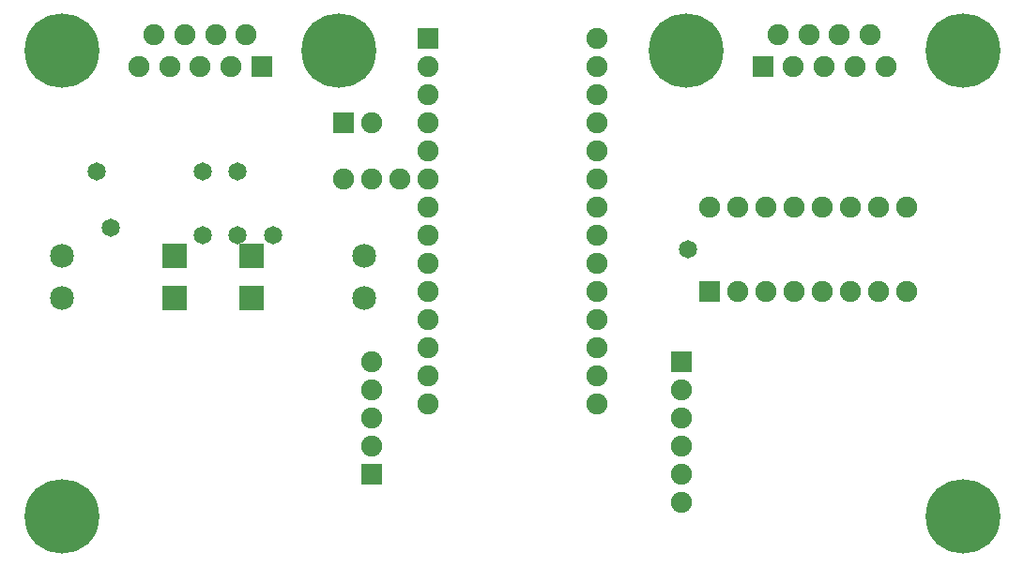
<source format=gbs>
G04*
G04  File:            NDCA2.GBS, Sun Aug 22 19:16:03 2021*
G04  Source:          P-CAD 2002 PCB, Version 17.01.22, (C:\Users\David Forbes\Documents\Designs\Nixie\CorvairDash\NDC-A\NDCA2.PCB)*
G04  Format:          Gerber Format (RS-274-D), ASCII*
G04*
G04  Format Options:  Absolute Positioning*
G04                   Leading-Zero Suppression*
G04                   Scale Factor 1:1*
G04                   NO Circular Interpolation*
G04                   Inch Units*
G04                   Numeric Format: 4.4 (XXXX.XXXX)*
G04                   G54 Used for Aperture Change*
G04                   Apertures Embedded*
G04*
G04  File Options:    Offset = (0.0mil,0.0mil)*
G04                   Drill Symbol Size = 80.0mil*
G04                   No Pad/Via Holes*
G04*
G04  File Contents:   Pads*
G04                   Vias*
G04                   No Designators*
G04                   No Types*
G04                   No Values*
G04                   No Drill Symbols*
G04                   Bot Mask*
G04*
%INNDCA2.GBS*%
%ICAS*%
%MOIN*%
G04*
G04  Aperture MACROs for general use --- invoked via D-code assignment *
G04*
G04  General MACRO for flashed round with rotation and/or offset hole *
%AMROTOFFROUND*
1,1,$1,0.0000,0.0000*
1,0,$2,$3,$4*%
G04*
G04  General MACRO for flashed oval (obround) with rotation and/or offset hole *
%AMROTOFFOVAL*
21,1,$1,$2,0.0000,0.0000,$3*
1,1,$4,$5,$6*
1,1,$4,0-$5,0-$6*
1,0,$7,$8,$9*%
G04*
G04  General MACRO for flashed oval (obround) with rotation and no hole *
%AMROTOVALNOHOLE*
21,1,$1,$2,0.0000,0.0000,$3*
1,1,$4,$5,$6*
1,1,$4,0-$5,0-$6*%
G04*
G04  General MACRO for flashed rectangle with rotation and/or offset hole *
%AMROTOFFRECT*
21,1,$1,$2,0.0000,0.0000,$3*
1,0,$4,$5,$6*%
G04*
G04  General MACRO for flashed rectangle with rotation and no hole *
%AMROTRECTNOHOLE*
21,1,$1,$2,0.0000,0.0000,$3*%
G04*
G04  General MACRO for flashed rounded-rectangle *
%AMROUNDRECT*
21,1,$1,$2-$4,0.0000,0.0000,$3*
21,1,$1-$4,$2,0.0000,0.0000,$3*
1,1,$4,$5,$6*
1,1,$4,$7,$8*
1,1,$4,0-$5,0-$6*
1,1,$4,0-$7,0-$8*
1,0,$9,$10,$11*%
G04*
G04  General MACRO for flashed rounded-rectangle with rotation and no hole *
%AMROUNDRECTNOHOLE*
21,1,$1,$2-$4,0.0000,0.0000,$3*
21,1,$1-$4,$2,0.0000,0.0000,$3*
1,1,$4,$5,$6*
1,1,$4,$7,$8*
1,1,$4,0-$5,0-$6*
1,1,$4,0-$7,0-$8*%
G04*
G04  General MACRO for flashed regular polygon *
%AMREGPOLY*
5,1,$1,0.0000,0.0000,$2,$3+$4*
1,0,$5,$6,$7*%
G04*
G04  General MACRO for flashed regular polygon with no hole *
%AMREGPOLYNOHOLE*
5,1,$1,0.0000,0.0000,$2,$3+$4*%
G04*
G04  General MACRO for target *
%AMTARGET*
6,0,0,$1,$2,$3,4,$4,$5,$6*%
G04*
G04  General MACRO for mounting hole *
%AMMTHOLE*
1,1,$1,0,0*
1,0,$2,0,0*
$1=$1-$2*
$1=$1/2*
21,1,$2+$1,$3,0,0,$4*
21,1,$3,$2+$1,0,0,$4*%
G04*
G04*
G04  D10 : "Ellipse X10.0mil Y10.0mil H0.0mil 0.0deg (0.0mil,0.0mil) Draw"*
G04  Disc: OuterDia=0.0100*
%ADD10C, 0.0100*%
G04  D11 : "Ellipse X15.0mil Y15.0mil H0.0mil 0.0deg (0.0mil,0.0mil) Draw"*
G04  Disc: OuterDia=0.0150*
%ADD11C, 0.0150*%
G04  D12 : "Ellipse X50.0mil Y50.0mil H0.0mil 0.0deg (0.0mil,0.0mil) Draw"*
G04  Disc: OuterDia=0.0500*
%ADD12C, 0.0500*%
G04  D13 : "Ellipse X6.0mil Y6.0mil H0.0mil 0.0deg (0.0mil,0.0mil) Draw"*
G04  Disc: OuterDia=0.0060*
%ADD13C, 0.0060*%
G04  D14 : "Ellipse X250.0mil Y250.0mil H0.0mil 0.0deg (0.0mil,0.0mil) Flash"*
G04  Disc: OuterDia=0.2500*
%ADD14C, 0.2500*%
G04  D15 : "Ellipse X265.0mil Y265.0mil H0.0mil 0.0deg (0.0mil,0.0mil) Flash"*
G04  Disc: OuterDia=0.2650*
%ADD15C, 0.2650*%
G04  D16 : "Ellipse X60.0mil Y60.0mil H0.0mil 0.0deg (0.0mil,0.0mil) Flash"*
G04  Disc: OuterDia=0.0600*
%ADD16C, 0.0600*%
G04  D17 : "Ellipse X70.0mil Y70.0mil H0.0mil 0.0deg (0.0mil,0.0mil) Flash"*
G04  Disc: OuterDia=0.0700*
%ADD17C, 0.0700*%
G04  D18 : "Ellipse X75.0mil Y75.0mil H0.0mil 0.0deg (0.0mil,0.0mil) Flash"*
G04  Disc: OuterDia=0.0750*
%ADD18C, 0.0750*%
G04  D19 : "Ellipse X85.0mil Y85.0mil H0.0mil 0.0deg (0.0mil,0.0mil) Flash"*
G04  Disc: OuterDia=0.0850*
%ADD19C, 0.0850*%
G04  D20 : "Rectangle X40.0mil Y40.0mil H0.0mil 0.0deg (0.0mil,0.0mil) Flash"*
G04  Square: Side=0.0400, Rotation=0.0, OffsetX=0.0000, OffsetY=0.0000, HoleDia=0.0000*
%ADD20R, 0.0400 X0.0400*%
G04  D21 : "Rectangle X55.0mil Y55.0mil H0.0mil 0.0deg (0.0mil,0.0mil) Flash"*
G04  Square: Side=0.0550, Rotation=0.0, OffsetX=0.0000, OffsetY=0.0000, HoleDia=0.0000*
%ADD21R, 0.0550 X0.0550*%
G04  D22 : "Rectangle X60.0mil Y60.0mil H0.0mil 0.0deg (0.0mil,0.0mil) Flash"*
G04  Square: Side=0.0600, Rotation=0.0, OffsetX=0.0000, OffsetY=0.0000, HoleDia=0.0000*
%ADD22R, 0.0600 X0.0600*%
G04  D23 : "Rectangle X64.0mil Y64.0mil H0.0mil 0.0deg (0.0mil,0.0mil) Flash"*
G04  Square: Side=0.0640, Rotation=0.0, OffsetX=0.0000, OffsetY=0.0000, HoleDia=0.0000*
%ADD23R, 0.0640 X0.0640*%
G04  D24 : "Rectangle X70.0mil Y70.0mil H0.0mil 0.0deg (0.0mil,0.0mil) Flash"*
G04  Square: Side=0.0700, Rotation=0.0, OffsetX=0.0000, OffsetY=0.0000, HoleDia=0.0000*
%ADD24R, 0.0700 X0.0700*%
G04  D25 : "Rectangle X75.0mil Y75.0mil H0.0mil 0.0deg (0.0mil,0.0mil) Flash"*
G04  Square: Side=0.0750, Rotation=0.0, OffsetX=0.0000, OffsetY=0.0000, HoleDia=0.0000*
%ADD25R, 0.0750 X0.0750*%
G04  D26 : "Rectangle X79.0mil Y79.0mil H0.0mil 0.0deg (0.0mil,0.0mil) Flash"*
G04  Square: Side=0.0790, Rotation=0.0, OffsetX=0.0000, OffsetY=0.0000, HoleDia=0.0000*
%ADD26R, 0.0790 X0.0790*%
G04  D27 : "Rectangle X85.0mil Y85.0mil H0.0mil 0.0deg (0.0mil,0.0mil) Flash"*
G04  Square: Side=0.0850, Rotation=0.0, OffsetX=0.0000, OffsetY=0.0000, HoleDia=0.0000*
%ADD27R, 0.0850 X0.0850*%
G04  D28 : "Ellipse X50.0mil Y50.0mil H0.0mil 0.0deg (0.0mil,0.0mil) Flash"*
G04  Disc: OuterDia=0.0500*
%ADD28C, 0.0500*%
G04  D29 : "Ellipse X65.0mil Y65.0mil H0.0mil 0.0deg (0.0mil,0.0mil) Flash"*
G04  Disc: OuterDia=0.0650*
%ADD29C, 0.0650*%
G04*
%FSLAX44Y44*%
%SFA1B1*%
%OFA0.0000B0.0000*%
G04*
G70*
G90*
G01*
D2*
%LNBot Mask*%
G54D15*
X31500Y31500D3*
G54D29*
X37750Y41500D3*
X36500D3*
X37750Y43750D3*
X36500D3*
G54D27*
X35500Y40750D3*
G54D19*
X31500D3*
G54D29*
X32750Y43750D3*
X39000Y41500D3*
X53750Y41000D3*
G54D15*
X63500Y31500D3*
G54D29*
X33250Y41750D3*
G54D27*
X35500Y39250D3*
G54D19*
X31500D3*
G54D18*
X42500Y43500D3*
X41500D3*
X43500D3*
G54D25*
X41500Y45500D3*
G54D18*
X42500D3*
G54D27*
X38250Y40750D3*
G54D19*
X42250D3*
G54D27*
X38250Y39250D3*
G54D19*
X42250D3*
G54D18*
X42500Y36000D3*
Y35000D3*
G54D25*
Y33000D3*
G54D18*
Y37000D3*
Y34000D3*
G54D25*
X38600Y47500D3*
G54D18*
X37510D3*
X34240D3*
X35330D3*
X38050Y48620D3*
X36960D3*
X34780D3*
X36420Y47500D3*
X35870Y48620D3*
G54D15*
X41340Y48060D3*
X31500D3*
G54D18*
X44500Y35500D3*
Y38500D3*
Y37500D3*
Y41500D3*
Y40500D3*
Y44500D3*
Y43500D3*
Y47500D3*
Y46500D3*
X50500Y35500D3*
Y38500D3*
Y37500D3*
Y41500D3*
Y40500D3*
Y44500D3*
Y43500D3*
Y47500D3*
Y46500D3*
X44500Y42500D3*
Y39500D3*
Y36500D3*
G54D25*
Y48500D3*
G54D18*
Y45500D3*
X50500Y42500D3*
Y39500D3*
Y36500D3*
Y48500D3*
Y45500D3*
X60500Y39500D3*
X61500D3*
X60500Y42500D3*
X61500D3*
X57500Y39500D3*
X58500D3*
X57500Y42500D3*
X58500D3*
G54D25*
X54500Y39500D3*
G54D18*
X55500D3*
X54500Y42500D3*
X55500D3*
X59500Y39500D3*
X56500D3*
X59500Y42500D3*
X56500D3*
X53500Y33000D3*
Y34000D3*
G54D25*
Y37000D3*
G54D18*
Y36000D3*
Y35000D3*
Y32000D3*
X59120Y48620D3*
X60210D3*
X56940D3*
X60760Y47500D3*
X59670D3*
X57490D3*
G54D25*
X56400D3*
G54D18*
X58030Y48620D3*
X58580Y47500D3*
G54D15*
X63500Y48060D3*
X53660D3*
D02M02*

</source>
